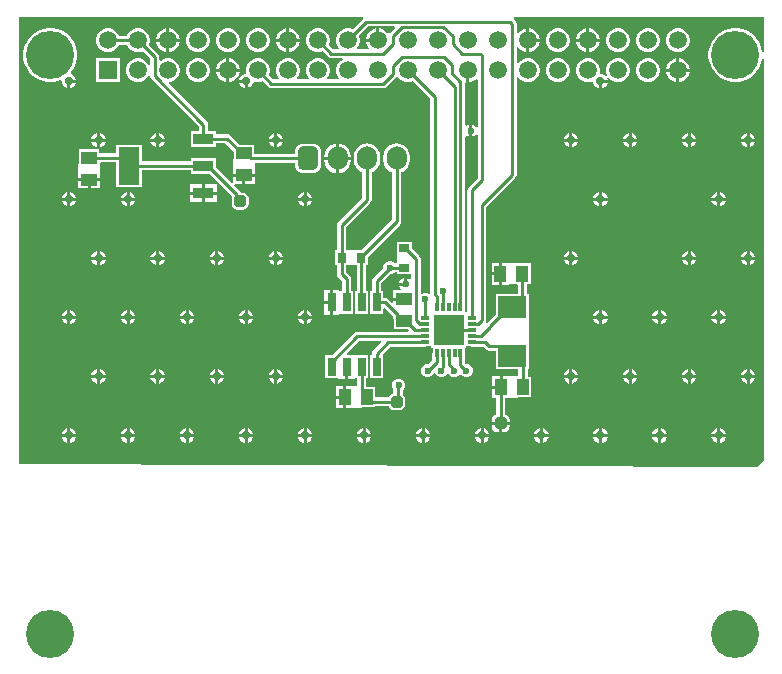
<source format=gtl>
G04*
G04 #@! TF.GenerationSoftware,Altium Limited,Altium Designer,21.4.1 (30)*
G04*
G04 Layer_Physical_Order=1*
G04 Layer_Color=255*
%FSLAX25Y25*%
%MOIN*%
G70*
G04*
G04 #@! TF.SameCoordinates,4DB3B217-B7BD-441B-8BB1-1C5CD1DCED83*
G04*
G04*
G04 #@! TF.FilePolarity,Positive*
G04*
G01*
G75*
%ADD13C,0.01000*%
%ADD15R,0.05315X0.03937*%
%ADD16R,0.09843X0.09843*%
%ADD17R,0.01181X0.02874*%
%ADD18R,0.02874X0.01181*%
G04:AMPARAMS|DCode=19|XSize=39.37mil|YSize=39.37mil|CornerRadius=9.84mil|HoleSize=0mil|Usage=FLASHONLY|Rotation=90.000|XOffset=0mil|YOffset=0mil|HoleType=Round|Shape=RoundedRectangle|*
%AMROUNDEDRECTD19*
21,1,0.03937,0.01968,0,0,90.0*
21,1,0.01968,0.03937,0,0,90.0*
1,1,0.01968,0.00984,0.00984*
1,1,0.01968,0.00984,-0.00984*
1,1,0.01968,-0.00984,-0.00984*
1,1,0.01968,-0.00984,0.00984*
%
%ADD19ROUNDEDRECTD19*%
%ADD20R,0.03937X0.05315*%
%ADD21R,0.09449X0.07480*%
%ADD22R,0.02756X0.06102*%
%ADD23R,0.03347X0.02756*%
%ADD24R,0.02756X0.03347*%
%ADD25R,0.06890X0.12598*%
%ADD26R,0.06890X0.03740*%
%ADD46C,0.05906*%
%ADD47R,0.05906X0.05906*%
%ADD48C,0.16000*%
%ADD49O,0.06693X0.07874*%
G04:AMPARAMS|DCode=50|XSize=66.93mil|YSize=78.74mil|CornerRadius=16.73mil|HoleSize=0mil|Usage=FLASHONLY|Rotation=0.000|XOffset=0mil|YOffset=0mil|HoleType=Round|Shape=RoundedRectangle|*
%AMROUNDEDRECTD50*
21,1,0.06693,0.04528,0,0,0.0*
21,1,0.03347,0.07874,0,0,0.0*
1,1,0.03346,0.01673,-0.02264*
1,1,0.03346,-0.01673,-0.02264*
1,1,0.03346,-0.01673,0.02264*
1,1,0.03346,0.01673,0.02264*
%
%ADD50ROUNDEDRECTD50*%
%ADD51C,0.02756*%
%ADD52C,0.02362*%
G36*
X128322Y214609D02*
X126592Y212879D01*
X126511Y212758D01*
X125923Y212777D01*
X125836Y212927D01*
X125100Y213663D01*
X124199Y214183D01*
X123194Y214453D01*
X123173D01*
Y210500D01*
X122673D01*
Y210000D01*
X118720D01*
Y209980D01*
X118990Y208974D01*
X119510Y208073D01*
X119545Y208039D01*
X119353Y207577D01*
X115993D01*
X115802Y208039D01*
X115836Y208073D01*
X116357Y208974D01*
X116626Y209980D01*
Y211020D01*
X116358Y212022D01*
X119407Y215071D01*
X128130D01*
X128322Y214609D01*
D02*
G37*
G36*
X3700Y218200D02*
X117568D01*
X117720Y217700D01*
X117692Y217681D01*
X114195Y214184D01*
X113194Y214453D01*
X112153D01*
X111147Y214183D01*
X110246Y213663D01*
X109510Y212927D01*
X108990Y212026D01*
X108721Y211020D01*
Y209980D01*
X108990Y208974D01*
X109510Y208073D01*
X109545Y208039D01*
X109353Y207577D01*
X107759D01*
X106358Y208978D01*
X106626Y209980D01*
Y211020D01*
X106357Y212026D01*
X105836Y212927D01*
X105100Y213663D01*
X104199Y214183D01*
X103194Y214453D01*
X102153D01*
X101147Y214183D01*
X100246Y213663D01*
X99510Y212927D01*
X98990Y212026D01*
X98721Y211020D01*
Y209980D01*
X98990Y208974D01*
X99510Y208073D01*
X100246Y207337D01*
X101147Y206817D01*
X102153Y206547D01*
X103194D01*
X104195Y206816D01*
X106045Y204966D01*
X106541Y204634D01*
X107126Y204518D01*
X110727D01*
X110861Y204018D01*
X110246Y203663D01*
X109510Y202927D01*
X108990Y202026D01*
X108721Y201020D01*
Y199980D01*
X108990Y198974D01*
X109510Y198073D01*
X109545Y198039D01*
X109353Y197577D01*
X105993D01*
X105802Y198039D01*
X105836Y198073D01*
X106357Y198974D01*
X106626Y199980D01*
Y201020D01*
X106357Y202026D01*
X105836Y202927D01*
X105100Y203663D01*
X104199Y204183D01*
X103194Y204453D01*
X102153D01*
X101147Y204183D01*
X100246Y203663D01*
X99510Y202927D01*
X98990Y202026D01*
X98721Y201020D01*
Y199980D01*
X98990Y198974D01*
X99510Y198073D01*
X99545Y198039D01*
X99353Y197577D01*
X95993D01*
X95802Y198039D01*
X95836Y198073D01*
X96357Y198974D01*
X96626Y199980D01*
Y201020D01*
X96357Y202026D01*
X95836Y202927D01*
X95100Y203663D01*
X94199Y204183D01*
X93194Y204453D01*
X92153D01*
X91148Y204183D01*
X90246Y203663D01*
X89510Y202927D01*
X88990Y202026D01*
X88721Y201020D01*
Y199980D01*
X88990Y198974D01*
X89510Y198073D01*
X89545Y198039D01*
X89353Y197577D01*
X87760D01*
X86358Y198978D01*
X86626Y199980D01*
Y201020D01*
X86357Y202026D01*
X85836Y202927D01*
X85100Y203663D01*
X84199Y204183D01*
X83194Y204453D01*
X82153D01*
X81147Y204183D01*
X80246Y203663D01*
X79510Y202927D01*
X78990Y202026D01*
X78720Y201020D01*
Y199980D01*
X78816Y199625D01*
X78511Y199228D01*
X78267D01*
X77393Y198866D01*
X76724Y198197D01*
X76373Y197350D01*
X78740D01*
Y196850D01*
X79240D01*
Y194484D01*
X80087Y194834D01*
X80756Y195503D01*
X81118Y196377D01*
X81618Y196690D01*
X82153Y196547D01*
X83194D01*
X84195Y196816D01*
X86045Y194966D01*
X86541Y194634D01*
X87126Y194518D01*
X124518D01*
X125103Y194634D01*
X125599Y194966D01*
X128755Y198121D01*
X128835Y198242D01*
X129424Y198223D01*
X129510Y198073D01*
X130246Y197337D01*
X131148Y196817D01*
X132153Y196547D01*
X133194D01*
X134195Y196816D01*
X140158Y190852D01*
Y126233D01*
X139963Y126102D01*
X139658Y125981D01*
X138934Y126281D01*
X138066D01*
X137374Y125995D01*
X136874Y126212D01*
Y137646D01*
X136758Y138232D01*
X136426Y138728D01*
X133961Y141194D01*
Y143361D01*
X129039D01*
Y140194D01*
X128983Y140110D01*
X128906Y139720D01*
Y136179D01*
X128205D01*
X127936Y136449D01*
X127134Y136781D01*
X126266D01*
X125464Y136449D01*
X124851Y135836D01*
X124519Y135034D01*
Y134582D01*
X121119Y131181D01*
X120787Y130685D01*
X120671Y130100D01*
Y126939D01*
X120035D01*
Y119261D01*
X124365D01*
Y120943D01*
X124865Y121150D01*
X127734Y118281D01*
X127830Y117800D01*
X127955Y117612D01*
Y114161D01*
X132630D01*
X132868Y113866D01*
X132663Y113398D01*
X115752D01*
X115167Y113282D01*
X114671Y112950D01*
X107202Y105482D01*
X105035D01*
Y97805D01*
X109365D01*
Y97805D01*
X109822Y97700D01*
Y97592D01*
X111700D01*
Y101643D01*
X112700D01*
Y97592D01*
X114578D01*
Y97700D01*
X115035Y97805D01*
X115078Y97805D01*
X115671D01*
Y95126D01*
X114570D01*
Y95205D01*
X112102D01*
Y91547D01*
Y87890D01*
X114570D01*
Y87969D01*
X116818D01*
X117209Y88046D01*
X117293Y88102D01*
X121641D01*
Y88471D01*
X126218D01*
X126247Y88324D01*
X126638Y87739D01*
X127225Y87347D01*
X127916Y87209D01*
X129884D01*
X130576Y87347D01*
X131161Y87739D01*
X131553Y88324D01*
X131691Y89016D01*
Y90984D01*
X131553Y91676D01*
X131161Y92261D01*
X130869Y92457D01*
Y93684D01*
X131449Y94265D01*
X131781Y95066D01*
Y95934D01*
X131449Y96736D01*
X130835Y97349D01*
X130034Y97681D01*
X129166D01*
X128365Y97349D01*
X127751Y96736D01*
X127419Y95934D01*
Y95066D01*
X127751Y94265D01*
X127810Y94205D01*
Y92770D01*
X127225Y92653D01*
X126638Y92261D01*
X126247Y91676D01*
X126218Y91529D01*
X121641D01*
Y94992D01*
X118729D01*
Y97805D01*
X119365D01*
Y105482D01*
X115078D01*
X115035Y105482D01*
X114578Y105586D01*
Y105694D01*
X112394D01*
X112203Y106156D01*
X116385Y110339D01*
X123723D01*
X123914Y109877D01*
X121119Y107081D01*
X120787Y106585D01*
X120671Y106000D01*
Y105482D01*
X120035D01*
Y97805D01*
X124365D01*
Y105482D01*
X124365D01*
X124213Y105850D01*
X126734Y108371D01*
X138500D01*
X139085Y108487D01*
X139138Y108522D01*
X140315D01*
Y107916D01*
X140921D01*
Y106738D01*
X140886Y106686D01*
X140770Y106101D01*
Y104033D01*
X139218Y102481D01*
X138766D01*
X137964Y102149D01*
X137351Y101535D01*
X137019Y100734D01*
Y99866D01*
X137351Y99064D01*
X137964Y98451D01*
X138766Y98119D01*
X139634D01*
X140436Y98451D01*
X141049Y99064D01*
X141229Y99500D01*
X141771D01*
X141951Y99064D01*
X142564Y98451D01*
X143366Y98119D01*
X144234D01*
X145036Y98451D01*
X145649Y99064D01*
X145677Y99133D01*
X146208Y99107D01*
X146787Y98528D01*
X147589Y98196D01*
X148456D01*
X149258Y98528D01*
X149764Y99034D01*
X150042Y99108D01*
X150372Y99043D01*
X150865Y98551D01*
X151666Y98219D01*
X152534D01*
X153335Y98551D01*
X153949Y99164D01*
X154281Y99966D01*
Y100834D01*
X153949Y101636D01*
X153335Y102249D01*
X152534Y102581D01*
X152082D01*
X151703Y102960D01*
Y106101D01*
X151586Y106686D01*
X151551Y106738D01*
Y107916D01*
X152157D01*
Y108522D01*
X153335D01*
X153387Y108487D01*
X153972Y108371D01*
X157744D01*
X158626Y107488D01*
X159123Y107156D01*
X159708Y107040D01*
X161888D01*
Y100802D01*
X169512D01*
Y98858D01*
X169012Y98471D01*
X168975Y98479D01*
X166727D01*
Y98558D01*
X164258D01*
Y94900D01*
X163758D01*
Y94400D01*
X160790D01*
Y91242D01*
X162071D01*
Y85699D01*
X161841Y85653D01*
X161185Y85215D01*
X160747Y84558D01*
X160593Y83784D01*
Y83300D01*
X163600D01*
X166607D01*
Y83784D01*
X166453Y84558D01*
X166015Y85215D01*
X165358Y85653D01*
X165129Y85699D01*
Y91242D01*
X166727D01*
Y91321D01*
X168975D01*
X169365Y91399D01*
X169449Y91455D01*
X173798D01*
Y98345D01*
X172571D01*
Y100802D01*
X172912D01*
Y108645D01*
X173066Y108876D01*
X173144Y109266D01*
Y117534D01*
X173066Y117924D01*
X172912Y118155D01*
Y125998D01*
X172313D01*
Y129255D01*
X173539D01*
Y136145D01*
X169191D01*
X169107Y136201D01*
X168717Y136279D01*
X166469D01*
Y136357D01*
X164000D01*
Y132700D01*
Y129042D01*
X166469D01*
Y129121D01*
X168717D01*
X168754Y129129D01*
X169254Y128742D01*
Y125998D01*
X161888D01*
Y119106D01*
X159041Y116259D01*
X158652Y116578D01*
X158713Y116668D01*
X158829Y117253D01*
Y154966D01*
X168481Y164619D01*
X168813Y165115D01*
X168929Y165700D01*
Y198079D01*
X169429Y198213D01*
X169510Y198073D01*
X170246Y197337D01*
X171148Y196817D01*
X172153Y196547D01*
X173194D01*
X174199Y196817D01*
X175100Y197337D01*
X175836Y198073D01*
X176357Y198974D01*
X176626Y199980D01*
Y201020D01*
X176357Y202026D01*
X175836Y202927D01*
X175100Y203663D01*
X174199Y204183D01*
X173194Y204453D01*
X172153D01*
X171148Y204183D01*
X170246Y203663D01*
X169510Y202927D01*
X169429Y202787D01*
X168929Y202921D01*
Y208079D01*
X169429Y208213D01*
X169510Y208073D01*
X170246Y207337D01*
X171148Y206817D01*
X172153Y206547D01*
X172173D01*
Y210500D01*
Y214453D01*
X172153D01*
X171148Y214183D01*
X170246Y213663D01*
X169510Y212927D01*
X169429Y212787D01*
X168929Y212921D01*
Y216014D01*
X168813Y216599D01*
X168481Y217096D01*
X167896Y217681D01*
X167868Y217700D01*
X168020Y218200D01*
X251300D01*
Y206669D01*
X250800Y206620D01*
X250501Y208125D01*
X249822Y209763D01*
X248837Y211237D01*
X247584Y212491D01*
X246110Y213476D01*
X244472Y214154D01*
X242733Y214500D01*
X240960D01*
X239221Y214154D01*
X237583Y213476D01*
X236109Y212491D01*
X234856Y211237D01*
X233871Y209763D01*
X233192Y208125D01*
X232846Y206386D01*
Y204614D01*
X233192Y202875D01*
X233871Y201237D01*
X234856Y199763D01*
X236109Y198509D01*
X237583Y197524D01*
X239221Y196846D01*
X240960Y196500D01*
X242733D01*
X244472Y196846D01*
X246110Y197524D01*
X247584Y198509D01*
X248837Y199763D01*
X249822Y201237D01*
X250501Y202875D01*
X250800Y204380D01*
X251300Y204331D01*
Y70600D01*
X248900Y68200D01*
X2900Y69300D01*
Y218200D01*
X3300Y218600D01*
X3700Y218200D01*
D02*
G37*
G36*
X153173Y196547D02*
X153194D01*
X154199Y196817D01*
X155100Y197337D01*
X155371Y197607D01*
X155871Y197400D01*
Y181736D01*
X155591Y181612D01*
X155371Y181583D01*
X154804Y182149D01*
X154069Y182454D01*
Y180300D01*
Y178146D01*
X154804Y178451D01*
X155371Y179017D01*
X155591Y178988D01*
X155871Y178864D01*
Y164480D01*
X152891Y161500D01*
X152559Y161004D01*
X152443Y160418D01*
Y120140D01*
X152157Y119758D01*
X151551D01*
Y120935D01*
X151586Y120988D01*
X151703Y121573D01*
Y178375D01*
X152203Y178582D01*
X152333Y178451D01*
X153069Y178146D01*
Y180300D01*
Y182454D01*
X152333Y182149D01*
X152203Y182018D01*
X151703Y182225D01*
Y196257D01*
X152099Y196562D01*
X152153Y196547D01*
X152173D01*
Y200500D01*
X153173D01*
Y196547D01*
D02*
G37*
G36*
X129039Y132535D02*
X133816D01*
Y131122D01*
X133353Y130931D01*
X133236Y131049D01*
X132500Y131354D01*
Y129200D01*
X132000D01*
Y128700D01*
X129846D01*
X130151Y127964D01*
X130447Y127668D01*
X130240Y127169D01*
X127743D01*
Y124700D01*
X131400D01*
Y123700D01*
X127743D01*
Y123252D01*
X127281Y123060D01*
X126159Y124181D01*
X125663Y124513D01*
X125078Y124629D01*
X124365D01*
Y126939D01*
X123729D01*
Y129466D01*
X126682Y132419D01*
X127134D01*
X127936Y132751D01*
X128305Y133121D01*
X129039D01*
Y132535D01*
D02*
G37*
%LPC*%
G36*
X122173Y214453D02*
X122153D01*
X121148Y214183D01*
X120246Y213663D01*
X119510Y212927D01*
X118990Y212026D01*
X118720Y211020D01*
Y211000D01*
X122173D01*
Y214453D01*
D02*
G37*
G36*
X43194D02*
X42153D01*
X41148Y214183D01*
X40246Y213663D01*
X39510Y212927D01*
X38992Y212029D01*
X36355D01*
X35836Y212927D01*
X35100Y213663D01*
X34199Y214183D01*
X33194Y214453D01*
X32153D01*
X31148Y214183D01*
X30246Y213663D01*
X29510Y212927D01*
X28990Y212026D01*
X28721Y211020D01*
Y209980D01*
X28990Y208974D01*
X29510Y208073D01*
X30246Y207337D01*
X31148Y206817D01*
X32153Y206547D01*
X33194D01*
X34199Y206817D01*
X35100Y207337D01*
X35836Y208073D01*
X36355Y208971D01*
X38992D01*
X39510Y208073D01*
X40246Y207337D01*
X41148Y206817D01*
X42153Y206547D01*
X43194D01*
X44195Y206816D01*
X46691Y204319D01*
Y202446D01*
X46191Y202312D01*
X45836Y202927D01*
X45100Y203663D01*
X44199Y204183D01*
X43194Y204453D01*
X42153D01*
X41148Y204183D01*
X40246Y203663D01*
X39510Y202927D01*
X38990Y202026D01*
X38721Y201020D01*
Y199980D01*
X38990Y198974D01*
X39510Y198073D01*
X40246Y197337D01*
X41148Y196817D01*
X42153Y196547D01*
X43194D01*
X44199Y196817D01*
X45100Y197337D01*
X45836Y198073D01*
X46191Y198688D01*
X46505Y198668D01*
X46706Y198580D01*
X46808Y198070D01*
X47139Y197574D01*
X62972Y181741D01*
Y180313D01*
X60269D01*
Y174998D01*
X68734D01*
Y176126D01*
X71764D01*
X74555Y173335D01*
Y171149D01*
X74499Y171065D01*
X74421Y170675D01*
Y168427D01*
X74343D01*
Y165958D01*
X81657D01*
Y168427D01*
X81579D01*
Y169571D01*
X94988D01*
Y168836D01*
X95080Y168138D01*
X95349Y167488D01*
X95778Y166930D01*
X96336Y166501D01*
X96986Y166232D01*
X97684Y166140D01*
X101031D01*
X101729Y166232D01*
X102379Y166501D01*
X102937Y166930D01*
X103366Y167488D01*
X103635Y168138D01*
X103727Y168836D01*
Y173364D01*
X103635Y174062D01*
X103366Y174712D01*
X102937Y175270D01*
X102379Y175699D01*
X101729Y175968D01*
X101031Y176060D01*
X97684D01*
X96986Y175968D01*
X96336Y175699D01*
X95778Y175270D01*
X95349Y174712D01*
X95080Y174062D01*
X94988Y173364D01*
Y172629D01*
X81445D01*
Y175498D01*
X76718D01*
X73479Y178737D01*
X72983Y179068D01*
X72398Y179184D01*
X68734D01*
Y180313D01*
X66031D01*
Y182375D01*
X65914Y182960D01*
X65583Y183456D01*
X52954Y196085D01*
X53145Y196547D01*
X53194D01*
X54199Y196817D01*
X55100Y197337D01*
X55836Y198073D01*
X56357Y198974D01*
X56626Y199980D01*
Y201020D01*
X56357Y202026D01*
X55836Y202927D01*
X55100Y203663D01*
X54199Y204183D01*
X53194Y204453D01*
X52153D01*
X51148Y204183D01*
X50246Y203663D01*
X50212Y203629D01*
X49750Y203820D01*
Y204953D01*
X49633Y205538D01*
X49302Y206034D01*
X46358Y208978D01*
X46626Y209980D01*
Y211020D01*
X46357Y212026D01*
X45836Y212927D01*
X45100Y213663D01*
X44199Y214183D01*
X43194Y214453D01*
D02*
G37*
G36*
X193194D02*
X193173D01*
Y211000D01*
X196626D01*
Y211020D01*
X196357Y212026D01*
X195836Y212927D01*
X195100Y213663D01*
X194199Y214183D01*
X193194Y214453D01*
D02*
G37*
G36*
X192173D02*
X192153D01*
X191147Y214183D01*
X190246Y213663D01*
X189510Y212927D01*
X188990Y212026D01*
X188721Y211020D01*
Y211000D01*
X192173D01*
Y214453D01*
D02*
G37*
G36*
X173194D02*
X173173D01*
Y211000D01*
X176626D01*
Y211020D01*
X176357Y212026D01*
X175836Y212927D01*
X175100Y213663D01*
X174199Y214183D01*
X173194Y214453D01*
D02*
G37*
G36*
X93194D02*
X93173D01*
Y211000D01*
X96626D01*
Y211020D01*
X96357Y212026D01*
X95836Y212927D01*
X95100Y213663D01*
X94199Y214183D01*
X93194Y214453D01*
D02*
G37*
G36*
X92173D02*
X92153D01*
X91148Y214183D01*
X90246Y213663D01*
X89510Y212927D01*
X88990Y212026D01*
X88721Y211020D01*
Y211000D01*
X92173D01*
Y214453D01*
D02*
G37*
G36*
X53194D02*
X53173D01*
Y211000D01*
X56626D01*
Y211020D01*
X56357Y212026D01*
X55836Y212927D01*
X55100Y213663D01*
X54199Y214183D01*
X53194Y214453D01*
D02*
G37*
G36*
X52173D02*
X52153D01*
X51148Y214183D01*
X50246Y213663D01*
X49510Y212927D01*
X48990Y212026D01*
X48720Y211020D01*
Y211000D01*
X52173D01*
Y214453D01*
D02*
G37*
G36*
X223194D02*
X222153D01*
X221147Y214183D01*
X220246Y213663D01*
X219510Y212927D01*
X218990Y212026D01*
X218721Y211020D01*
Y209980D01*
X218990Y208974D01*
X219510Y208073D01*
X220246Y207337D01*
X221147Y206817D01*
X222153Y206547D01*
X223194D01*
X224199Y206817D01*
X225100Y207337D01*
X225836Y208073D01*
X226357Y208974D01*
X226626Y209980D01*
Y211020D01*
X226357Y212026D01*
X225836Y212927D01*
X225100Y213663D01*
X224199Y214183D01*
X223194Y214453D01*
D02*
G37*
G36*
X213194D02*
X212153D01*
X211147Y214183D01*
X210246Y213663D01*
X209510Y212927D01*
X208990Y212026D01*
X208720Y211020D01*
Y209980D01*
X208990Y208974D01*
X209510Y208073D01*
X210246Y207337D01*
X211147Y206817D01*
X212153Y206547D01*
X213194D01*
X214199Y206817D01*
X215100Y207337D01*
X215836Y208073D01*
X216357Y208974D01*
X216626Y209980D01*
Y211020D01*
X216357Y212026D01*
X215836Y212927D01*
X215100Y213663D01*
X214199Y214183D01*
X213194Y214453D01*
D02*
G37*
G36*
X203194D02*
X202153D01*
X201148Y214183D01*
X200246Y213663D01*
X199510Y212927D01*
X198990Y212026D01*
X198721Y211020D01*
Y209980D01*
X198990Y208974D01*
X199510Y208073D01*
X200246Y207337D01*
X201148Y206817D01*
X202153Y206547D01*
X203194D01*
X204199Y206817D01*
X205100Y207337D01*
X205836Y208073D01*
X206357Y208974D01*
X206626Y209980D01*
Y211020D01*
X206357Y212026D01*
X205836Y212927D01*
X205100Y213663D01*
X204199Y214183D01*
X203194Y214453D01*
D02*
G37*
G36*
X196626Y210000D02*
X193173D01*
Y206547D01*
X193194D01*
X194199Y206817D01*
X195100Y207337D01*
X195836Y208073D01*
X196357Y208974D01*
X196626Y209980D01*
Y210000D01*
D02*
G37*
G36*
X192173D02*
X188721D01*
Y209980D01*
X188990Y208974D01*
X189510Y208073D01*
X190246Y207337D01*
X191147Y206817D01*
X192153Y206547D01*
X192173D01*
Y210000D01*
D02*
G37*
G36*
X183194Y214453D02*
X182153D01*
X181148Y214183D01*
X180246Y213663D01*
X179510Y212927D01*
X178990Y212026D01*
X178720Y211020D01*
Y209980D01*
X178990Y208974D01*
X179510Y208073D01*
X180246Y207337D01*
X181148Y206817D01*
X182153Y206547D01*
X183194D01*
X184199Y206817D01*
X185100Y207337D01*
X185836Y208073D01*
X186357Y208974D01*
X186626Y209980D01*
Y211020D01*
X186357Y212026D01*
X185836Y212927D01*
X185100Y213663D01*
X184199Y214183D01*
X183194Y214453D01*
D02*
G37*
G36*
X176626Y210000D02*
X173173D01*
Y206547D01*
X173194D01*
X174199Y206817D01*
X175100Y207337D01*
X175836Y208073D01*
X176357Y208974D01*
X176626Y209980D01*
Y210000D01*
D02*
G37*
G36*
X96626D02*
X93173D01*
Y206547D01*
X93194D01*
X94199Y206817D01*
X95100Y207337D01*
X95836Y208073D01*
X96357Y208974D01*
X96626Y209980D01*
Y210000D01*
D02*
G37*
G36*
X92173D02*
X88721D01*
Y209980D01*
X88990Y208974D01*
X89510Y208073D01*
X90246Y207337D01*
X91148Y206817D01*
X92153Y206547D01*
X92173D01*
Y210000D01*
D02*
G37*
G36*
X83194Y214453D02*
X82153D01*
X81147Y214183D01*
X80246Y213663D01*
X79510Y212927D01*
X78990Y212026D01*
X78720Y211020D01*
Y209980D01*
X78990Y208974D01*
X79510Y208073D01*
X80246Y207337D01*
X81147Y206817D01*
X82153Y206547D01*
X83194D01*
X84199Y206817D01*
X85100Y207337D01*
X85836Y208073D01*
X86357Y208974D01*
X86626Y209980D01*
Y211020D01*
X86357Y212026D01*
X85836Y212927D01*
X85100Y213663D01*
X84199Y214183D01*
X83194Y214453D01*
D02*
G37*
G36*
X73194D02*
X72153D01*
X71148Y214183D01*
X70246Y213663D01*
X69510Y212927D01*
X68990Y212026D01*
X68721Y211020D01*
Y209980D01*
X68990Y208974D01*
X69510Y208073D01*
X70246Y207337D01*
X71148Y206817D01*
X72153Y206547D01*
X73194D01*
X74199Y206817D01*
X75100Y207337D01*
X75836Y208073D01*
X76357Y208974D01*
X76626Y209980D01*
Y211020D01*
X76357Y212026D01*
X75836Y212927D01*
X75100Y213663D01*
X74199Y214183D01*
X73194Y214453D01*
D02*
G37*
G36*
X63194D02*
X62153D01*
X61147Y214183D01*
X60246Y213663D01*
X59510Y212927D01*
X58990Y212026D01*
X58720Y211020D01*
Y209980D01*
X58990Y208974D01*
X59510Y208073D01*
X60246Y207337D01*
X61147Y206817D01*
X62153Y206547D01*
X63194D01*
X64199Y206817D01*
X65100Y207337D01*
X65836Y208073D01*
X66357Y208974D01*
X66626Y209980D01*
Y211020D01*
X66357Y212026D01*
X65836Y212927D01*
X65100Y213663D01*
X64199Y214183D01*
X63194Y214453D01*
D02*
G37*
G36*
X56626Y210000D02*
X53173D01*
Y206547D01*
X53194D01*
X54199Y206817D01*
X55100Y207337D01*
X55836Y208073D01*
X56357Y208974D01*
X56626Y209980D01*
Y210000D01*
D02*
G37*
G36*
X52173D02*
X48720D01*
Y209980D01*
X48990Y208974D01*
X49510Y208073D01*
X50246Y207337D01*
X51148Y206817D01*
X52153Y206547D01*
X52173D01*
Y210000D01*
D02*
G37*
G36*
X223194Y204453D02*
X223173D01*
Y201000D01*
X226626D01*
Y201020D01*
X226357Y202026D01*
X225836Y202927D01*
X225100Y203663D01*
X224199Y204183D01*
X223194Y204453D01*
D02*
G37*
G36*
X222173D02*
X222153D01*
X221147Y204183D01*
X220246Y203663D01*
X219510Y202927D01*
X218990Y202026D01*
X218721Y201020D01*
Y201000D01*
X222173D01*
Y204453D01*
D02*
G37*
G36*
X73194D02*
X73173D01*
Y201000D01*
X76626D01*
Y201020D01*
X76357Y202026D01*
X75836Y202927D01*
X75100Y203663D01*
X74199Y204183D01*
X73194Y204453D01*
D02*
G37*
G36*
X72173D02*
X72153D01*
X71148Y204183D01*
X70246Y203663D01*
X69510Y202927D01*
X68990Y202026D01*
X68721Y201020D01*
Y201000D01*
X72173D01*
Y204453D01*
D02*
G37*
G36*
X203194D02*
X202153D01*
X201148Y204183D01*
X200246Y203663D01*
X199510Y202927D01*
X198990Y202026D01*
X198721Y201020D01*
Y199980D01*
X198990Y198974D01*
X199138Y198718D01*
X199117Y198654D01*
X198544Y198520D01*
X198197Y198866D01*
X197323Y199228D01*
X196835D01*
X196531Y199625D01*
X196626Y199980D01*
Y201020D01*
X196357Y202026D01*
X195836Y202927D01*
X195100Y203663D01*
X194199Y204183D01*
X193194Y204453D01*
X192153D01*
X191147Y204183D01*
X190246Y203663D01*
X189510Y202927D01*
X188990Y202026D01*
X188721Y201020D01*
Y199980D01*
X188990Y198974D01*
X189510Y198073D01*
X190246Y197337D01*
X191147Y196817D01*
X192153Y196547D01*
X193194D01*
X193972Y196756D01*
X194473Y196444D01*
Y196377D01*
X194834Y195503D01*
X195503Y194834D01*
X196350Y194484D01*
Y196850D01*
X196850D01*
Y197350D01*
X199217D01*
X199050Y197755D01*
X199444Y198109D01*
X199510Y198073D01*
X199587Y197996D01*
X200246Y197337D01*
X201148Y196817D01*
X202153Y196547D01*
X203194D01*
X204199Y196817D01*
X205100Y197337D01*
X205836Y198073D01*
X206357Y198974D01*
X206626Y199980D01*
Y201020D01*
X206357Y202026D01*
X205836Y202927D01*
X205100Y203663D01*
X204199Y204183D01*
X203194Y204453D01*
D02*
G37*
G36*
X226626Y200000D02*
X223173D01*
Y196547D01*
X223194D01*
X224199Y196817D01*
X225100Y197337D01*
X225836Y198073D01*
X226357Y198974D01*
X226626Y199980D01*
Y200000D01*
D02*
G37*
G36*
X222173D02*
X218721D01*
Y199980D01*
X218990Y198974D01*
X219510Y198073D01*
X220246Y197337D01*
X221147Y196817D01*
X222153Y196547D01*
X222173D01*
Y200000D01*
D02*
G37*
G36*
X213194Y204453D02*
X212153D01*
X211147Y204183D01*
X210246Y203663D01*
X209510Y202927D01*
X208990Y202026D01*
X208720Y201020D01*
Y199980D01*
X208990Y198974D01*
X209510Y198073D01*
X210246Y197337D01*
X211147Y196817D01*
X212153Y196547D01*
X213194D01*
X214199Y196817D01*
X215100Y197337D01*
X215836Y198073D01*
X216357Y198974D01*
X216626Y199980D01*
Y201020D01*
X216357Y202026D01*
X215836Y202927D01*
X215100Y203663D01*
X214199Y204183D01*
X213194Y204453D01*
D02*
G37*
G36*
X183194D02*
X182153D01*
X181148Y204183D01*
X180246Y203663D01*
X179510Y202927D01*
X178990Y202026D01*
X178720Y201020D01*
Y199980D01*
X178990Y198974D01*
X179510Y198073D01*
X180246Y197337D01*
X181148Y196817D01*
X182153Y196547D01*
X183194D01*
X184199Y196817D01*
X185100Y197337D01*
X185836Y198073D01*
X186357Y198974D01*
X186626Y199980D01*
Y201020D01*
X186357Y202026D01*
X185836Y202927D01*
X185100Y203663D01*
X184199Y204183D01*
X183194Y204453D01*
D02*
G37*
G36*
X76626Y200000D02*
X73173D01*
Y196547D01*
X73194D01*
X74199Y196817D01*
X75100Y197337D01*
X75836Y198073D01*
X76357Y198974D01*
X76626Y199980D01*
Y200000D01*
D02*
G37*
G36*
X72173D02*
X68721D01*
Y199980D01*
X68990Y198974D01*
X69510Y198073D01*
X70246Y197337D01*
X71148Y196817D01*
X72153Y196547D01*
X72173D01*
Y200000D01*
D02*
G37*
G36*
X63194Y204453D02*
X62153D01*
X61147Y204183D01*
X60246Y203663D01*
X59510Y202927D01*
X58990Y202026D01*
X58720Y201020D01*
Y199980D01*
X58990Y198974D01*
X59510Y198073D01*
X60246Y197337D01*
X61147Y196817D01*
X62153Y196547D01*
X63194D01*
X64199Y196817D01*
X65100Y197337D01*
X65836Y198073D01*
X66357Y198974D01*
X66626Y199980D01*
Y201020D01*
X66357Y202026D01*
X65836Y202927D01*
X65100Y203663D01*
X64199Y204183D01*
X63194Y204453D01*
D02*
G37*
G36*
X36626D02*
X28721D01*
Y196547D01*
X36626D01*
Y204453D01*
D02*
G37*
G36*
X199217Y196350D02*
X197350D01*
Y194484D01*
X198197Y194834D01*
X198866Y195503D01*
X199217Y196350D01*
D02*
G37*
G36*
X78240D02*
X76373D01*
X76724Y195503D01*
X77393Y194834D01*
X78240Y194484D01*
Y196350D01*
D02*
G37*
G36*
X22052D02*
X20185D01*
Y194484D01*
X21032Y194834D01*
X21701Y195503D01*
X22052Y196350D01*
D02*
G37*
G36*
X14386Y214500D02*
X12614D01*
X10875Y214154D01*
X9237Y213476D01*
X7763Y212491D01*
X6509Y211237D01*
X5524Y209763D01*
X4846Y208125D01*
X4500Y206386D01*
Y204614D01*
X4846Y202875D01*
X5524Y201237D01*
X6509Y199763D01*
X7763Y198509D01*
X9237Y197524D01*
X10875Y196846D01*
X12614Y196500D01*
X14386D01*
X16125Y196846D01*
X16807Y197128D01*
X17307Y196794D01*
Y196377D01*
X17669Y195503D01*
X18338Y194834D01*
X19185Y194484D01*
Y196850D01*
X19685D01*
Y197350D01*
X22052D01*
X21701Y198197D01*
X21032Y198866D01*
X20515Y199080D01*
X20398Y199670D01*
X20491Y199763D01*
X21476Y201237D01*
X22154Y202875D01*
X22500Y204614D01*
Y206386D01*
X22154Y208125D01*
X21476Y209763D01*
X20491Y211237D01*
X19237Y212491D01*
X17763Y213476D01*
X16125Y214154D01*
X14386Y214500D01*
D02*
G37*
G36*
X246563Y179532D02*
Y177665D01*
X248430D01*
X248079Y178512D01*
X247410Y179181D01*
X246563Y179532D01*
D02*
G37*
G36*
X245563D02*
X244716Y179181D01*
X244047Y178512D01*
X243696Y177665D01*
X245563D01*
Y179532D01*
D02*
G37*
G36*
X226878D02*
Y177665D01*
X228745D01*
X228394Y178512D01*
X227725Y179181D01*
X226878Y179532D01*
D02*
G37*
G36*
X225878D02*
X225031Y179181D01*
X224362Y178512D01*
X224011Y177665D01*
X225878D01*
Y179532D01*
D02*
G37*
G36*
X207193D02*
Y177665D01*
X209060D01*
X208709Y178512D01*
X208040Y179181D01*
X207193Y179532D01*
D02*
G37*
G36*
X206193D02*
X205346Y179181D01*
X204677Y178512D01*
X204326Y177665D01*
X206193D01*
Y179532D01*
D02*
G37*
G36*
X187508D02*
Y177665D01*
X189375D01*
X189024Y178512D01*
X188355Y179181D01*
X187508Y179532D01*
D02*
G37*
G36*
X186508D02*
X185661Y179181D01*
X184992Y178512D01*
X184641Y177665D01*
X186508D01*
Y179532D01*
D02*
G37*
G36*
X89083D02*
Y177665D01*
X90949D01*
X90599Y178512D01*
X89930Y179181D01*
X89083Y179532D01*
D02*
G37*
G36*
X88083D02*
X87236Y179181D01*
X86567Y178512D01*
X86216Y177665D01*
X88083D01*
Y179532D01*
D02*
G37*
G36*
X49713D02*
Y177665D01*
X51579D01*
X51228Y178512D01*
X50560Y179181D01*
X49713Y179532D01*
D02*
G37*
G36*
X48713D02*
X47866Y179181D01*
X47197Y178512D01*
X46846Y177665D01*
X48713D01*
Y179532D01*
D02*
G37*
G36*
X30028D02*
Y177665D01*
X31894D01*
X31543Y178512D01*
X30875Y179181D01*
X30028Y179532D01*
D02*
G37*
G36*
X29028D02*
X28181Y179181D01*
X27512Y178512D01*
X27161Y177665D01*
X29028D01*
Y179532D01*
D02*
G37*
G36*
X248430Y176665D02*
X246563D01*
Y174799D01*
X247410Y175149D01*
X248079Y175818D01*
X248430Y176665D01*
D02*
G37*
G36*
X245563D02*
X243696D01*
X244047Y175818D01*
X244716Y175149D01*
X245563Y174799D01*
Y176665D01*
D02*
G37*
G36*
X228745D02*
X226878D01*
Y174799D01*
X227725Y175149D01*
X228394Y175818D01*
X228745Y176665D01*
D02*
G37*
G36*
X225878D02*
X224011D01*
X224362Y175818D01*
X225031Y175149D01*
X225878Y174799D01*
Y176665D01*
D02*
G37*
G36*
X209060D02*
X207193D01*
Y174799D01*
X208040Y175149D01*
X208709Y175818D01*
X209060Y176665D01*
D02*
G37*
G36*
X206193D02*
X204326D01*
X204677Y175818D01*
X205346Y175149D01*
X206193Y174799D01*
Y176665D01*
D02*
G37*
G36*
X189375D02*
X187508D01*
Y174799D01*
X188355Y175149D01*
X189024Y175818D01*
X189375Y176665D01*
D02*
G37*
G36*
X186508D02*
X184641D01*
X184992Y175818D01*
X185661Y175149D01*
X186508Y174799D01*
Y176665D01*
D02*
G37*
G36*
X90949D02*
X89083D01*
Y174799D01*
X89930Y175149D01*
X90599Y175818D01*
X90949Y176665D01*
D02*
G37*
G36*
X88083D02*
X86216D01*
X86567Y175818D01*
X87236Y175149D01*
X88083Y174799D01*
Y176665D01*
D02*
G37*
G36*
X51579D02*
X49713D01*
Y174799D01*
X50560Y175149D01*
X51228Y175818D01*
X51579Y176665D01*
D02*
G37*
G36*
X48713D02*
X46846D01*
X47197Y175818D01*
X47866Y175149D01*
X48713Y174799D01*
Y176665D01*
D02*
G37*
G36*
X31894D02*
X30028D01*
Y174799D01*
X30875Y175149D01*
X31543Y175818D01*
X31894Y176665D01*
D02*
G37*
G36*
X29028D02*
X27161D01*
X27512Y175818D01*
X28181Y175149D01*
X29028Y174799D01*
Y176665D01*
D02*
G37*
G36*
X43931Y175687D02*
X35466D01*
Y172871D01*
X29845D01*
Y174098D01*
X22955D01*
Y169749D01*
X22899Y169665D01*
X22821Y169275D01*
Y167027D01*
X22742D01*
Y164558D01*
X26400D01*
X30057D01*
Y167027D01*
X29979D01*
Y169275D01*
X29971Y169312D01*
X30358Y169812D01*
X35466D01*
Y161513D01*
X43931D01*
Y167071D01*
X60269D01*
Y165943D01*
X66571D01*
X74101Y158412D01*
Y158245D01*
X74009Y157784D01*
Y155816D01*
X74147Y155124D01*
X74538Y154539D01*
X75125Y154147D01*
X75816Y154009D01*
X77784D01*
X78475Y154147D01*
X79062Y154539D01*
X79453Y155124D01*
X79591Y155816D01*
Y157784D01*
X79453Y158475D01*
X79062Y159062D01*
X78475Y159453D01*
X77784Y159591D01*
X77052D01*
X77043Y159631D01*
X76712Y160127D01*
X74811Y162028D01*
X75003Y162490D01*
X77500D01*
Y164958D01*
X74343D01*
Y163150D01*
X73881Y162959D01*
X68734Y168105D01*
Y171257D01*
X60269D01*
Y170129D01*
X43931D01*
Y175687D01*
D02*
G37*
G36*
X109700Y176009D02*
Y171600D01*
X113584D01*
Y171691D01*
X113435Y172825D01*
X112997Y173882D01*
X112300Y174791D01*
X111392Y175487D01*
X110335Y175925D01*
X109700Y176009D01*
D02*
G37*
G36*
X108700D02*
X108065Y175925D01*
X107008Y175487D01*
X106100Y174791D01*
X105403Y173882D01*
X104965Y172825D01*
X104816Y171691D01*
Y171600D01*
X108700D01*
Y176009D01*
D02*
G37*
G36*
X113584Y170600D02*
X109700D01*
Y166191D01*
X110335Y166275D01*
X111392Y166713D01*
X112300Y167410D01*
X112997Y168317D01*
X113435Y169375D01*
X113584Y170509D01*
Y170600D01*
D02*
G37*
G36*
X108700D02*
X104816D01*
Y170509D01*
X104965Y169375D01*
X105403Y168317D01*
X106100Y167410D01*
X107008Y166713D01*
X108065Y166275D01*
X108700Y166191D01*
Y170600D01*
D02*
G37*
G36*
X81657Y164958D02*
X78500D01*
Y162490D01*
X81657D01*
Y164958D01*
D02*
G37*
G36*
X30057Y163558D02*
X26900D01*
Y161090D01*
X30057D01*
Y163558D01*
D02*
G37*
G36*
X25900D02*
X22742D01*
Y161090D01*
X25900D01*
Y163558D01*
D02*
G37*
G36*
X68946Y162415D02*
X65002D01*
Y160045D01*
X68946D01*
Y162415D01*
D02*
G37*
G36*
X64002D02*
X60057D01*
Y160045D01*
X64002D01*
Y162415D01*
D02*
G37*
G36*
X236720Y159847D02*
Y157980D01*
X238587D01*
X238236Y158827D01*
X237567Y159496D01*
X236720Y159847D01*
D02*
G37*
G36*
X235720D02*
X234874Y159496D01*
X234205Y158827D01*
X233854Y157980D01*
X235720D01*
Y159847D01*
D02*
G37*
G36*
X197350D02*
Y157980D01*
X199217D01*
X198866Y158827D01*
X198197Y159496D01*
X197350Y159847D01*
D02*
G37*
G36*
X196350D02*
X195503Y159496D01*
X194834Y158827D01*
X194484Y157980D01*
X196350D01*
Y159847D01*
D02*
G37*
G36*
X98925D02*
Y157980D01*
X100792D01*
X100441Y158827D01*
X99772Y159496D01*
X98925Y159847D01*
D02*
G37*
G36*
X97925D02*
X97078Y159496D01*
X96409Y158827D01*
X96058Y157980D01*
X97925D01*
Y159847D01*
D02*
G37*
G36*
X39870D02*
Y157980D01*
X41737D01*
X41386Y158827D01*
X40717Y159496D01*
X39870Y159847D01*
D02*
G37*
G36*
X38870D02*
X38023Y159496D01*
X37354Y158827D01*
X37003Y157980D01*
X38870D01*
Y159847D01*
D02*
G37*
G36*
X20185D02*
Y157980D01*
X22052D01*
X21701Y158827D01*
X21032Y159496D01*
X20185Y159847D01*
D02*
G37*
G36*
X19185D02*
X18338Y159496D01*
X17669Y158827D01*
X17318Y157980D01*
X19185D01*
Y159847D01*
D02*
G37*
G36*
X68946Y159045D02*
X65002D01*
Y156675D01*
X68946D01*
Y159045D01*
D02*
G37*
G36*
X64002D02*
X60057D01*
Y156675D01*
X64002D01*
Y159045D01*
D02*
G37*
G36*
X238587Y156980D02*
X236720D01*
Y155114D01*
X237567Y155464D01*
X238236Y156133D01*
X238587Y156980D01*
D02*
G37*
G36*
X235720D02*
X233854D01*
X234205Y156133D01*
X234874Y155464D01*
X235720Y155114D01*
Y156980D01*
D02*
G37*
G36*
X199217D02*
X197350D01*
Y155114D01*
X198197Y155464D01*
X198866Y156133D01*
X199217Y156980D01*
D02*
G37*
G36*
X196350D02*
X194484D01*
X194834Y156133D01*
X195503Y155464D01*
X196350Y155114D01*
Y156980D01*
D02*
G37*
G36*
X41737D02*
X39870D01*
Y155114D01*
X40717Y155464D01*
X41386Y156133D01*
X41737Y156980D01*
D02*
G37*
G36*
X38870D02*
X37003D01*
X37354Y156133D01*
X38023Y155464D01*
X38870Y155114D01*
Y156980D01*
D02*
G37*
G36*
X22052D02*
X20185D01*
Y155114D01*
X21032Y155464D01*
X21701Y156133D01*
X22052Y156980D01*
D02*
G37*
G36*
X19185D02*
X17318D01*
X17669Y156133D01*
X18338Y155464D01*
X19185Y155114D01*
Y156980D01*
D02*
G37*
G36*
X100792D02*
X98925D01*
Y155114D01*
X99772Y155464D01*
X100441Y156133D01*
X100792Y156980D01*
D02*
G37*
G36*
X97925D02*
X96058D01*
X96409Y156133D01*
X97078Y155464D01*
X97925Y155114D01*
Y156980D01*
D02*
G37*
G36*
X128885Y176075D02*
X127750Y175925D01*
X126693Y175487D01*
X125785Y174791D01*
X125088Y173882D01*
X124651Y172825D01*
X124501Y171691D01*
Y170509D01*
X124651Y169375D01*
X125088Y168317D01*
X125785Y167410D01*
X126693Y166713D01*
X127356Y166438D01*
Y150766D01*
X117051Y140461D01*
X116046D01*
X115962Y140517D01*
X115572Y140594D01*
X112081D01*
Y148209D01*
X120124Y156251D01*
X120456Y156747D01*
X120572Y157333D01*
Y166438D01*
X121235Y166713D01*
X122143Y167410D01*
X122839Y168317D01*
X123277Y169375D01*
X123426Y170509D01*
Y171691D01*
X123277Y172825D01*
X122839Y173882D01*
X122143Y174791D01*
X121235Y175487D01*
X120177Y175925D01*
X119043Y176075D01*
X117908Y175925D01*
X116850Y175487D01*
X115943Y174791D01*
X115246Y173882D01*
X114808Y172825D01*
X114659Y171691D01*
Y170509D01*
X114808Y169375D01*
X115246Y168317D01*
X115943Y167410D01*
X116850Y166713D01*
X117513Y166438D01*
Y157966D01*
X109470Y149924D01*
X109139Y149427D01*
X109023Y148842D01*
Y140461D01*
X108387D01*
Y135539D01*
X109023D01*
Y132502D01*
X109139Y131917D01*
X109470Y131421D01*
X110671Y130220D01*
Y126939D01*
X110078D01*
X110035Y126939D01*
X109578Y127043D01*
Y127151D01*
X107700D01*
Y123100D01*
Y119049D01*
X109578D01*
Y119157D01*
X110035Y119261D01*
X110078Y119261D01*
X114365D01*
Y126939D01*
X113729D01*
Y130854D01*
X113613Y131439D01*
X113281Y131935D01*
X112081Y133135D01*
Y135406D01*
X115572D01*
X115595Y135387D01*
Y126939D01*
X115035D01*
Y119261D01*
X119365D01*
Y126939D01*
X118653D01*
Y135539D01*
X119213D01*
Y138298D01*
X129966Y149051D01*
X130298Y149547D01*
X130414Y150132D01*
Y166438D01*
X131077Y166713D01*
X131985Y167410D01*
X132682Y168317D01*
X133120Y169375D01*
X133269Y170509D01*
Y171691D01*
X133120Y172825D01*
X132682Y173882D01*
X131985Y174791D01*
X131077Y175487D01*
X130020Y175925D01*
X128885Y176075D01*
D02*
G37*
G36*
X246563Y140162D02*
Y138295D01*
X248430D01*
X248079Y139142D01*
X247410Y139811D01*
X246563Y140162D01*
D02*
G37*
G36*
X245563D02*
X244716Y139811D01*
X244047Y139142D01*
X243696Y138295D01*
X245563D01*
Y140162D01*
D02*
G37*
G36*
X226878D02*
Y138295D01*
X228745D01*
X228394Y139142D01*
X227725Y139811D01*
X226878Y140162D01*
D02*
G37*
G36*
X225878D02*
X225031Y139811D01*
X224362Y139142D01*
X224011Y138295D01*
X225878D01*
Y140162D01*
D02*
G37*
G36*
X187508D02*
Y138295D01*
X189375D01*
X189024Y139142D01*
X188355Y139811D01*
X187508Y140162D01*
D02*
G37*
G36*
X186508D02*
X185661Y139811D01*
X184992Y139142D01*
X184641Y138295D01*
X186508D01*
Y140162D01*
D02*
G37*
G36*
X89083D02*
Y138295D01*
X90949D01*
X90599Y139142D01*
X89930Y139811D01*
X89083Y140162D01*
D02*
G37*
G36*
X88083D02*
X87236Y139811D01*
X86567Y139142D01*
X86216Y138295D01*
X88083D01*
Y140162D01*
D02*
G37*
G36*
X69398D02*
Y138295D01*
X71264D01*
X70914Y139142D01*
X70245Y139811D01*
X69398Y140162D01*
D02*
G37*
G36*
X68398D02*
X67551Y139811D01*
X66882Y139142D01*
X66531Y138295D01*
X68398D01*
Y140162D01*
D02*
G37*
G36*
X49713D02*
Y138295D01*
X51579D01*
X51228Y139142D01*
X50560Y139811D01*
X49713Y140162D01*
D02*
G37*
G36*
X48713D02*
X47866Y139811D01*
X47197Y139142D01*
X46846Y138295D01*
X48713D01*
Y140162D01*
D02*
G37*
G36*
X30028D02*
Y138295D01*
X31894D01*
X31543Y139142D01*
X30875Y139811D01*
X30028Y140162D01*
D02*
G37*
G36*
X29028D02*
X28181Y139811D01*
X27512Y139142D01*
X27161Y138295D01*
X29028D01*
Y140162D01*
D02*
G37*
G36*
X248430Y137295D02*
X246563D01*
Y135429D01*
X247410Y135779D01*
X248079Y136448D01*
X248430Y137295D01*
D02*
G37*
G36*
X245563D02*
X243696D01*
X244047Y136448D01*
X244716Y135779D01*
X245563Y135429D01*
Y137295D01*
D02*
G37*
G36*
X228745D02*
X226878D01*
Y135429D01*
X227725Y135779D01*
X228394Y136448D01*
X228745Y137295D01*
D02*
G37*
G36*
X225878D02*
X224011D01*
X224362Y136448D01*
X225031Y135779D01*
X225878Y135429D01*
Y137295D01*
D02*
G37*
G36*
X189375D02*
X187508D01*
Y135429D01*
X188355Y135779D01*
X189024Y136448D01*
X189375Y137295D01*
D02*
G37*
G36*
X186508D02*
X184641D01*
X184992Y136448D01*
X185661Y135779D01*
X186508Y135429D01*
Y137295D01*
D02*
G37*
G36*
X90949D02*
X89083D01*
Y135429D01*
X89930Y135779D01*
X90599Y136448D01*
X90949Y137295D01*
D02*
G37*
G36*
X88083D02*
X86216D01*
X86567Y136448D01*
X87236Y135779D01*
X88083Y135429D01*
Y137295D01*
D02*
G37*
G36*
X71264D02*
X69398D01*
Y135429D01*
X70245Y135779D01*
X70914Y136448D01*
X71264Y137295D01*
D02*
G37*
G36*
X68398D02*
X66531D01*
X66882Y136448D01*
X67551Y135779D01*
X68398Y135429D01*
Y137295D01*
D02*
G37*
G36*
X51579D02*
X49713D01*
Y135429D01*
X50560Y135779D01*
X51228Y136448D01*
X51579Y137295D01*
D02*
G37*
G36*
X48713D02*
X46846D01*
X47197Y136448D01*
X47866Y135779D01*
X48713Y135429D01*
Y137295D01*
D02*
G37*
G36*
X31894D02*
X30028D01*
Y135429D01*
X30875Y135779D01*
X31543Y136448D01*
X31894Y137295D01*
D02*
G37*
G36*
X29028D02*
X27161D01*
X27512Y136448D01*
X28181Y135779D01*
X29028Y135429D01*
Y137295D01*
D02*
G37*
G36*
X163000Y136357D02*
X160531D01*
Y133200D01*
X163000D01*
Y136357D01*
D02*
G37*
G36*
Y132200D02*
X160531D01*
Y129042D01*
X163000D01*
Y132200D01*
D02*
G37*
G36*
X106700Y127151D02*
X104822D01*
Y123600D01*
X106700D01*
Y127151D01*
D02*
G37*
G36*
Y122600D02*
X104822D01*
Y119049D01*
X106700D01*
Y122600D01*
D02*
G37*
G36*
X236720Y120477D02*
Y118610D01*
X238587D01*
X238236Y119457D01*
X237567Y120126D01*
X236720Y120477D01*
D02*
G37*
G36*
X235720D02*
X234874Y120126D01*
X234205Y119457D01*
X233854Y118610D01*
X235720D01*
Y120477D01*
D02*
G37*
G36*
X217035D02*
Y118610D01*
X218902D01*
X218551Y119457D01*
X217882Y120126D01*
X217035Y120477D01*
D02*
G37*
G36*
X216035D02*
X215188Y120126D01*
X214520Y119457D01*
X214169Y118610D01*
X216035D01*
Y120477D01*
D02*
G37*
G36*
X197350D02*
Y118610D01*
X199217D01*
X198866Y119457D01*
X198197Y120126D01*
X197350Y120477D01*
D02*
G37*
G36*
X196350D02*
X195503Y120126D01*
X194834Y119457D01*
X194484Y118610D01*
X196350D01*
Y120477D01*
D02*
G37*
G36*
X98925D02*
Y118610D01*
X100792D01*
X100441Y119457D01*
X99772Y120126D01*
X98925Y120477D01*
D02*
G37*
G36*
X97925D02*
X97078Y120126D01*
X96409Y119457D01*
X96058Y118610D01*
X97925D01*
Y120477D01*
D02*
G37*
G36*
X79240D02*
Y118610D01*
X81107D01*
X80756Y119457D01*
X80087Y120126D01*
X79240Y120477D01*
D02*
G37*
G36*
X78240D02*
X77393Y120126D01*
X76724Y119457D01*
X76373Y118610D01*
X78240D01*
Y120477D01*
D02*
G37*
G36*
X59555D02*
Y118610D01*
X61422D01*
X61071Y119457D01*
X60402Y120126D01*
X59555Y120477D01*
D02*
G37*
G36*
X58555D02*
X57708Y120126D01*
X57039Y119457D01*
X56688Y118610D01*
X58555D01*
Y120477D01*
D02*
G37*
G36*
X39870D02*
Y118610D01*
X41737D01*
X41386Y119457D01*
X40717Y120126D01*
X39870Y120477D01*
D02*
G37*
G36*
X38870D02*
X38023Y120126D01*
X37354Y119457D01*
X37003Y118610D01*
X38870D01*
Y120477D01*
D02*
G37*
G36*
X20185D02*
Y118610D01*
X22052D01*
X21701Y119457D01*
X21032Y120126D01*
X20185Y120477D01*
D02*
G37*
G36*
X19185D02*
X18338Y120126D01*
X17669Y119457D01*
X17318Y118610D01*
X19185D01*
Y120477D01*
D02*
G37*
G36*
X238587Y117610D02*
X236720D01*
Y115744D01*
X237567Y116094D01*
X238236Y116763D01*
X238587Y117610D01*
D02*
G37*
G36*
X235720D02*
X233854D01*
X234205Y116763D01*
X234874Y116094D01*
X235720Y115744D01*
Y117610D01*
D02*
G37*
G36*
X218902D02*
X217035D01*
Y115744D01*
X217882Y116094D01*
X218551Y116763D01*
X218902Y117610D01*
D02*
G37*
G36*
X216035D02*
X214169D01*
X214520Y116763D01*
X215188Y116094D01*
X216035Y115744D01*
Y117610D01*
D02*
G37*
G36*
X199217D02*
X197350D01*
Y115744D01*
X198197Y116094D01*
X198866Y116763D01*
X199217Y117610D01*
D02*
G37*
G36*
X196350D02*
X194484D01*
X194834Y116763D01*
X195503Y116094D01*
X196350Y115744D01*
Y117610D01*
D02*
G37*
G36*
X100792D02*
X98925D01*
Y115744D01*
X99772Y116094D01*
X100441Y116763D01*
X100792Y117610D01*
D02*
G37*
G36*
X97925D02*
X96058D01*
X96409Y116763D01*
X97078Y116094D01*
X97925Y115744D01*
Y117610D01*
D02*
G37*
G36*
X81107D02*
X79240D01*
Y115744D01*
X80087Y116094D01*
X80756Y116763D01*
X81107Y117610D01*
D02*
G37*
G36*
X78240D02*
X76373D01*
X76724Y116763D01*
X77393Y116094D01*
X78240Y115744D01*
Y117610D01*
D02*
G37*
G36*
X61422D02*
X59555D01*
Y115744D01*
X60402Y116094D01*
X61071Y116763D01*
X61422Y117610D01*
D02*
G37*
G36*
X58555D02*
X56688D01*
X57039Y116763D01*
X57708Y116094D01*
X58555Y115744D01*
Y117610D01*
D02*
G37*
G36*
X41737D02*
X39870D01*
Y115744D01*
X40717Y116094D01*
X41386Y116763D01*
X41737Y117610D01*
D02*
G37*
G36*
X38870D02*
X37003D01*
X37354Y116763D01*
X38023Y116094D01*
X38870Y115744D01*
Y117610D01*
D02*
G37*
G36*
X22052D02*
X20185D01*
Y115744D01*
X21032Y116094D01*
X21701Y116763D01*
X22052Y117610D01*
D02*
G37*
G36*
X19185D02*
X17318D01*
X17669Y116763D01*
X18338Y116094D01*
X19185Y115744D01*
Y117610D01*
D02*
G37*
G36*
X246563Y100792D02*
Y98925D01*
X248430D01*
X248079Y99772D01*
X247410Y100441D01*
X246563Y100792D01*
D02*
G37*
G36*
X245563D02*
X244716Y100441D01*
X244047Y99772D01*
X243696Y98925D01*
X245563D01*
Y100792D01*
D02*
G37*
G36*
X226878D02*
Y98925D01*
X228745D01*
X228394Y99772D01*
X227725Y100441D01*
X226878Y100792D01*
D02*
G37*
G36*
X225878D02*
X225031Y100441D01*
X224362Y99772D01*
X224011Y98925D01*
X225878D01*
Y100792D01*
D02*
G37*
G36*
X207193D02*
Y98925D01*
X209060D01*
X208709Y99772D01*
X208040Y100441D01*
X207193Y100792D01*
D02*
G37*
G36*
X206193D02*
X205346Y100441D01*
X204677Y99772D01*
X204326Y98925D01*
X206193D01*
Y100792D01*
D02*
G37*
G36*
X187508D02*
Y98925D01*
X189375D01*
X189024Y99772D01*
X188355Y100441D01*
X187508Y100792D01*
D02*
G37*
G36*
X186508D02*
X185661Y100441D01*
X184992Y99772D01*
X184641Y98925D01*
X186508D01*
Y100792D01*
D02*
G37*
G36*
X89083D02*
Y98925D01*
X90949D01*
X90599Y99772D01*
X89930Y100441D01*
X89083Y100792D01*
D02*
G37*
G36*
X88083D02*
X87236Y100441D01*
X86567Y99772D01*
X86216Y98925D01*
X88083D01*
Y100792D01*
D02*
G37*
G36*
X69398D02*
Y98925D01*
X71264D01*
X70914Y99772D01*
X70245Y100441D01*
X69398Y100792D01*
D02*
G37*
G36*
X68398D02*
X67551Y100441D01*
X66882Y99772D01*
X66531Y98925D01*
X68398D01*
Y100792D01*
D02*
G37*
G36*
X49713D02*
Y98925D01*
X51579D01*
X51228Y99772D01*
X50560Y100441D01*
X49713Y100792D01*
D02*
G37*
G36*
X48713D02*
X47866Y100441D01*
X47197Y99772D01*
X46846Y98925D01*
X48713D01*
Y100792D01*
D02*
G37*
G36*
X30028D02*
Y98925D01*
X31894D01*
X31543Y99772D01*
X30875Y100441D01*
X30028Y100792D01*
D02*
G37*
G36*
X29028D02*
X28181Y100441D01*
X27512Y99772D01*
X27161Y98925D01*
X29028D01*
Y100792D01*
D02*
G37*
G36*
X248430Y97925D02*
X246563D01*
Y96058D01*
X247410Y96409D01*
X248079Y97078D01*
X248430Y97925D01*
D02*
G37*
G36*
X245563D02*
X243696D01*
X244047Y97078D01*
X244716Y96409D01*
X245563Y96058D01*
Y97925D01*
D02*
G37*
G36*
X228745D02*
X226878D01*
Y96058D01*
X227725Y96409D01*
X228394Y97078D01*
X228745Y97925D01*
D02*
G37*
G36*
X225878D02*
X224011D01*
X224362Y97078D01*
X225031Y96409D01*
X225878Y96058D01*
Y97925D01*
D02*
G37*
G36*
X209060D02*
X207193D01*
Y96058D01*
X208040Y96409D01*
X208709Y97078D01*
X209060Y97925D01*
D02*
G37*
G36*
X206193D02*
X204326D01*
X204677Y97078D01*
X205346Y96409D01*
X206193Y96058D01*
Y97925D01*
D02*
G37*
G36*
X189375D02*
X187508D01*
Y96058D01*
X188355Y96409D01*
X189024Y97078D01*
X189375Y97925D01*
D02*
G37*
G36*
X186508D02*
X184641D01*
X184992Y97078D01*
X185661Y96409D01*
X186508Y96058D01*
Y97925D01*
D02*
G37*
G36*
X90949D02*
X89083D01*
Y96058D01*
X89930Y96409D01*
X90599Y97078D01*
X90949Y97925D01*
D02*
G37*
G36*
X88083D02*
X86216D01*
X86567Y97078D01*
X87236Y96409D01*
X88083Y96058D01*
Y97925D01*
D02*
G37*
G36*
X71264D02*
X69398D01*
Y96058D01*
X70245Y96409D01*
X70914Y97078D01*
X71264Y97925D01*
D02*
G37*
G36*
X68398D02*
X66531D01*
X66882Y97078D01*
X67551Y96409D01*
X68398Y96058D01*
Y97925D01*
D02*
G37*
G36*
X51579D02*
X49713D01*
Y96058D01*
X50560Y96409D01*
X51228Y97078D01*
X51579Y97925D01*
D02*
G37*
G36*
X48713D02*
X46846D01*
X47197Y97078D01*
X47866Y96409D01*
X48713Y96058D01*
Y97925D01*
D02*
G37*
G36*
X31894D02*
X30028D01*
Y96058D01*
X30875Y96409D01*
X31543Y97078D01*
X31894Y97925D01*
D02*
G37*
G36*
X29028D02*
X27161D01*
X27512Y97078D01*
X28181Y96409D01*
X29028Y96058D01*
Y97925D01*
D02*
G37*
G36*
X163258Y98558D02*
X160790D01*
Y95400D01*
X163258D01*
Y98558D01*
D02*
G37*
G36*
X111102Y95205D02*
X108633D01*
Y92047D01*
X111102D01*
Y95205D01*
D02*
G37*
G36*
Y91047D02*
X108633D01*
Y87890D01*
X111102D01*
Y91047D01*
D02*
G37*
G36*
X166607Y82300D02*
X164100D01*
Y79793D01*
X164584D01*
X165358Y79947D01*
X166015Y80385D01*
X166453Y81042D01*
X166607Y81816D01*
Y82300D01*
D02*
G37*
G36*
X163100D02*
X160593D01*
Y81816D01*
X160747Y81042D01*
X161185Y80385D01*
X161841Y79947D01*
X162616Y79793D01*
X163100D01*
Y82300D01*
D02*
G37*
G36*
X236720Y81107D02*
Y79240D01*
X238587D01*
X238236Y80087D01*
X237567Y80756D01*
X236720Y81107D01*
D02*
G37*
G36*
X235720D02*
X234874Y80756D01*
X234205Y80087D01*
X233854Y79240D01*
X235720D01*
Y81107D01*
D02*
G37*
G36*
X217035D02*
Y79240D01*
X218902D01*
X218551Y80087D01*
X217882Y80756D01*
X217035Y81107D01*
D02*
G37*
G36*
X216035D02*
X215188Y80756D01*
X214520Y80087D01*
X214169Y79240D01*
X216035D01*
Y81107D01*
D02*
G37*
G36*
X197350D02*
Y79240D01*
X199217D01*
X198866Y80087D01*
X198197Y80756D01*
X197350Y81107D01*
D02*
G37*
G36*
X196350D02*
X195503Y80756D01*
X194834Y80087D01*
X194484Y79240D01*
X196350D01*
Y81107D01*
D02*
G37*
G36*
X177665D02*
Y79240D01*
X179532D01*
X179181Y80087D01*
X178512Y80756D01*
X177665Y81107D01*
D02*
G37*
G36*
X176665D02*
X175818Y80756D01*
X175149Y80087D01*
X174799Y79240D01*
X176665D01*
Y81107D01*
D02*
G37*
G36*
X157980D02*
Y79240D01*
X159847D01*
X159496Y80087D01*
X158827Y80756D01*
X157980Y81107D01*
D02*
G37*
G36*
X156980D02*
X156133Y80756D01*
X155464Y80087D01*
X155114Y79240D01*
X156980D01*
Y81107D01*
D02*
G37*
G36*
X138295D02*
Y79240D01*
X140162D01*
X139811Y80087D01*
X139142Y80756D01*
X138295Y81107D01*
D02*
G37*
G36*
X137295D02*
X136448Y80756D01*
X135779Y80087D01*
X135429Y79240D01*
X137295D01*
Y81107D01*
D02*
G37*
G36*
X118610D02*
Y79240D01*
X120477D01*
X120126Y80087D01*
X119457Y80756D01*
X118610Y81107D01*
D02*
G37*
G36*
X117610D02*
X116763Y80756D01*
X116094Y80087D01*
X115744Y79240D01*
X117610D01*
Y81107D01*
D02*
G37*
G36*
X98925D02*
Y79240D01*
X100792D01*
X100441Y80087D01*
X99772Y80756D01*
X98925Y81107D01*
D02*
G37*
G36*
X97925D02*
X97078Y80756D01*
X96409Y80087D01*
X96058Y79240D01*
X97925D01*
Y81107D01*
D02*
G37*
G36*
X79240D02*
Y79240D01*
X81107D01*
X80756Y80087D01*
X80087Y80756D01*
X79240Y81107D01*
D02*
G37*
G36*
X78240D02*
X77393Y80756D01*
X76724Y80087D01*
X76373Y79240D01*
X78240D01*
Y81107D01*
D02*
G37*
G36*
X59555D02*
Y79240D01*
X61422D01*
X61071Y80087D01*
X60402Y80756D01*
X59555Y81107D01*
D02*
G37*
G36*
X58555D02*
X57708Y80756D01*
X57039Y80087D01*
X56688Y79240D01*
X58555D01*
Y81107D01*
D02*
G37*
G36*
X39870D02*
Y79240D01*
X41737D01*
X41386Y80087D01*
X40717Y80756D01*
X39870Y81107D01*
D02*
G37*
G36*
X38870D02*
X38023Y80756D01*
X37354Y80087D01*
X37003Y79240D01*
X38870D01*
Y81107D01*
D02*
G37*
G36*
X20185D02*
Y79240D01*
X22052D01*
X21701Y80087D01*
X21032Y80756D01*
X20185Y81107D01*
D02*
G37*
G36*
X19185D02*
X18338Y80756D01*
X17669Y80087D01*
X17318Y79240D01*
X19185D01*
Y81107D01*
D02*
G37*
G36*
X238587Y78240D02*
X236720D01*
Y76373D01*
X237567Y76724D01*
X238236Y77393D01*
X238587Y78240D01*
D02*
G37*
G36*
X235720D02*
X233854D01*
X234205Y77393D01*
X234874Y76724D01*
X235720Y76373D01*
Y78240D01*
D02*
G37*
G36*
X218902D02*
X217035D01*
Y76373D01*
X217882Y76724D01*
X218551Y77393D01*
X218902Y78240D01*
D02*
G37*
G36*
X216035D02*
X214169D01*
X214520Y77393D01*
X215188Y76724D01*
X216035Y76373D01*
Y78240D01*
D02*
G37*
G36*
X199217D02*
X197350D01*
Y76373D01*
X198197Y76724D01*
X198866Y77393D01*
X199217Y78240D01*
D02*
G37*
G36*
X196350D02*
X194484D01*
X194834Y77393D01*
X195503Y76724D01*
X196350Y76373D01*
Y78240D01*
D02*
G37*
G36*
X179532D02*
X177665D01*
Y76373D01*
X178512Y76724D01*
X179181Y77393D01*
X179532Y78240D01*
D02*
G37*
G36*
X176665D02*
X174799D01*
X175149Y77393D01*
X175818Y76724D01*
X176665Y76373D01*
Y78240D01*
D02*
G37*
G36*
X159847D02*
X157980D01*
Y76373D01*
X158827Y76724D01*
X159496Y77393D01*
X159847Y78240D01*
D02*
G37*
G36*
X156980D02*
X155114D01*
X155464Y77393D01*
X156133Y76724D01*
X156980Y76373D01*
Y78240D01*
D02*
G37*
G36*
X140162D02*
X138295D01*
Y76373D01*
X139142Y76724D01*
X139811Y77393D01*
X140162Y78240D01*
D02*
G37*
G36*
X137295D02*
X135429D01*
X135779Y77393D01*
X136448Y76724D01*
X137295Y76373D01*
Y78240D01*
D02*
G37*
G36*
X120477D02*
X118610D01*
Y76373D01*
X119457Y76724D01*
X120126Y77393D01*
X120477Y78240D01*
D02*
G37*
G36*
X117610D02*
X115744D01*
X116094Y77393D01*
X116763Y76724D01*
X117610Y76373D01*
Y78240D01*
D02*
G37*
G36*
X100792D02*
X98925D01*
Y76373D01*
X99772Y76724D01*
X100441Y77393D01*
X100792Y78240D01*
D02*
G37*
G36*
X97925D02*
X96058D01*
X96409Y77393D01*
X97078Y76724D01*
X97925Y76373D01*
Y78240D01*
D02*
G37*
G36*
X81107D02*
X79240D01*
Y76373D01*
X80087Y76724D01*
X80756Y77393D01*
X81107Y78240D01*
D02*
G37*
G36*
X78240D02*
X76373D01*
X76724Y77393D01*
X77393Y76724D01*
X78240Y76373D01*
Y78240D01*
D02*
G37*
G36*
X61422D02*
X59555D01*
Y76373D01*
X60402Y76724D01*
X61071Y77393D01*
X61422Y78240D01*
D02*
G37*
G36*
X58555D02*
X56688D01*
X57039Y77393D01*
X57708Y76724D01*
X58555Y76373D01*
Y78240D01*
D02*
G37*
G36*
X41737D02*
X39870D01*
Y76373D01*
X40717Y76724D01*
X41386Y77393D01*
X41737Y78240D01*
D02*
G37*
G36*
X38870D02*
X37003D01*
X37354Y77393D01*
X38023Y76724D01*
X38870Y76373D01*
Y78240D01*
D02*
G37*
G36*
X22052D02*
X20185D01*
Y76373D01*
X21032Y76724D01*
X21701Y77393D01*
X22052Y78240D01*
D02*
G37*
G36*
X19185D02*
X17318D01*
X17669Y77393D01*
X18338Y76724D01*
X19185Y76373D01*
Y78240D01*
D02*
G37*
G36*
X131500Y131354D02*
X130764Y131049D01*
X130151Y130436D01*
X129846Y129700D01*
X131500D01*
Y131354D01*
D02*
G37*
%LPD*%
D13*
X131795Y141196D02*
X135345Y137646D01*
Y117081D02*
Y137646D01*
Y117081D02*
X136530Y115896D01*
X148969Y112148D02*
X150657Y113837D01*
X148969Y111800D02*
Y112148D01*
X150657Y113837D02*
X153972D01*
X144061Y101229D02*
X144268Y101436D01*
X146236Y102428D02*
X148023Y100642D01*
X143800Y100300D02*
X144061Y100561D01*
X148023Y100377D02*
Y100642D01*
X144061Y100561D02*
Y101229D01*
X144268Y101436D02*
Y106101D01*
X150173Y102327D02*
X152100Y100400D01*
X146236Y102428D02*
Y106101D01*
X150173Y102327D02*
Y106101D01*
X32673Y210500D02*
X42673D01*
X122200Y123100D02*
X125078D01*
X130711Y116917D02*
X131400D01*
X129243Y118385D02*
X130711Y116917D01*
X125078Y123100D02*
X129243Y118935D01*
Y118385D02*
Y118935D01*
X122200Y123100D02*
Y130100D01*
X131400Y116917D02*
X132089D01*
X144268Y121573D02*
Y126699D01*
X144369Y126800D01*
X139200Y100300D02*
X142299Y103399D01*
X156814Y206047D02*
X157400Y205462D01*
Y163846D02*
Y205462D01*
X150829Y206047D02*
X156814D01*
X130829Y204953D02*
X144647D01*
X147673Y209203D02*
Y211797D01*
X127673Y201797D02*
X130829Y204953D01*
X124518Y206047D02*
X127673Y209203D01*
X102673Y210500D02*
X107126Y206047D01*
X124518D01*
X130829Y214953D02*
X144518D01*
X147673Y211797D01*
Y209203D02*
X150829Y206047D01*
X127673Y209203D02*
Y211797D01*
X130829Y214953D01*
X144647Y204953D02*
X146047Y203553D01*
X153972Y160418D02*
X157400Y163846D01*
X153972Y117774D02*
Y160418D01*
X166814Y216600D02*
X167400Y216014D01*
X112673Y210500D02*
X118773Y216600D01*
X166814D01*
X167400Y165700D02*
Y216014D01*
X157300Y155600D02*
X167400Y165700D01*
X154063Y115896D02*
X155943D01*
X157300Y117253D01*
Y155600D01*
X153972Y115805D02*
X154063Y115896D01*
X138500Y117774D02*
Y124100D01*
X129339Y90439D02*
Y95239D01*
X128900Y90000D02*
X129339Y90439D01*
Y95239D02*
X129600Y95500D01*
X122200Y130100D02*
X126700Y134600D01*
X131500Y141196D02*
X131795D01*
X136530Y115896D02*
X138409D01*
X138500Y115805D01*
X124518Y196047D02*
X127673Y199203D01*
X87126Y196047D02*
X124518D01*
X127673Y199203D02*
Y201797D01*
X131450Y134650D02*
X131500Y134700D01*
X126750Y134650D02*
X131450D01*
X126700Y134600D02*
X126750Y134650D01*
X128885Y150132D02*
Y171100D01*
X117048Y138295D02*
X128885Y150132D01*
X146047Y203553D02*
X147345Y202255D01*
Y199531D02*
Y202255D01*
X146047Y203553D02*
X146047D01*
X147345Y199531D02*
X150173Y196703D01*
X148205Y121573D02*
Y194968D01*
X142673Y200500D02*
X148205Y194968D01*
X150173Y121573D02*
Y196703D01*
X82673Y200500D02*
X87126Y196047D01*
X141688Y125689D02*
Y191485D01*
X132673Y200500D02*
X141688Y191485D01*
Y125689D02*
X142299Y125078D01*
Y103399D02*
Y106101D01*
X163600Y94742D02*
X163758Y94900D01*
X163600Y82800D02*
Y94742D01*
X118885Y91547D02*
Y92236D01*
Y91469D02*
Y91547D01*
X120354Y90000D02*
X128900D01*
X118885Y91469D02*
X120354Y90000D01*
X66076Y168600D02*
X75630Y159046D01*
Y157970D02*
X76800Y156800D01*
X64502Y168600D02*
X66076D01*
X75630Y157970D02*
Y159046D01*
X39698Y168600D02*
X64502D01*
X142299Y121573D02*
Y125078D01*
X132089Y116917D02*
X135169Y113837D01*
X138500D01*
X126100Y109900D02*
X138500D01*
X115752Y111869D02*
X138500D01*
X107200Y103316D02*
X115752Y111869D01*
X122200Y106000D02*
X126100Y109900D01*
X112200Y123100D02*
Y130854D01*
X117124Y123176D02*
X117200Y123100D01*
X117124Y123176D02*
Y137924D01*
X110552Y138000D02*
Y148842D01*
Y132502D02*
Y138000D01*
Y132502D02*
X112200Y130854D01*
X117048Y138000D02*
X117124Y137924D01*
X117048Y138000D02*
Y138295D01*
X36957Y171342D02*
X39698Y168600D01*
X26400Y171342D02*
X36957D01*
X167802Y105329D02*
X171042Y102089D01*
X167400Y105329D02*
X167802D01*
X171042Y94900D02*
Y102089D01*
X167543Y121471D02*
X170783Y124711D01*
Y132700D01*
X167400Y121471D02*
X167543D01*
X164160Y108569D02*
X167400Y105329D01*
X159708Y108569D02*
X164160D01*
X158377Y109900D02*
X159708Y108569D01*
X153972Y109900D02*
X158377D01*
X160043Y115002D02*
Y115098D01*
X156909Y111869D02*
X160043Y115002D01*
X166416Y121471D02*
X167400D01*
X160043Y115098D02*
X166416Y121471D01*
X153972Y111869D02*
X156909D01*
X122200Y101643D02*
Y106000D01*
X107200Y101643D02*
Y103316D01*
X117200Y93922D02*
Y101643D01*
Y93922D02*
X118885Y92236D01*
X110552Y148842D02*
X119043Y157333D01*
Y171100D01*
X77311Y172742D02*
X78000D01*
X64502Y177655D02*
X72398D01*
X77311Y172742D01*
X48221Y198656D02*
Y204953D01*
Y198656D02*
X64502Y182375D01*
Y177655D02*
Y182375D01*
X42673Y210500D02*
X48221Y204953D01*
X78689Y172742D02*
X80331Y171100D01*
X78000Y172742D02*
X78689D01*
X80331Y171100D02*
X99357D01*
D15*
X131400Y116917D02*
D03*
Y124200D02*
D03*
X26400Y164058D02*
D03*
Y171342D02*
D03*
X78000Y172742D02*
D03*
Y165458D02*
D03*
D16*
X146236Y113837D02*
D03*
D17*
X142299Y121573D02*
D03*
X150173D02*
D03*
X148205D02*
D03*
X146236D02*
D03*
X144268D02*
D03*
X142299Y106101D02*
D03*
X150173D02*
D03*
X148205D02*
D03*
X146236D02*
D03*
X144268D02*
D03*
D18*
X138500Y109900D02*
D03*
Y117774D02*
D03*
Y115805D02*
D03*
Y113837D02*
D03*
Y111869D02*
D03*
X153972Y109900D02*
D03*
Y117774D02*
D03*
Y115805D02*
D03*
Y113837D02*
D03*
Y111869D02*
D03*
D19*
X163600Y82800D02*
D03*
X76800Y156800D02*
D03*
X128900Y90000D02*
D03*
D20*
X170783Y132700D02*
D03*
X163500D02*
D03*
X171042Y94900D02*
D03*
X163758D02*
D03*
X118885Y91547D02*
D03*
X111602D02*
D03*
D21*
X167400Y105329D02*
D03*
Y121471D02*
D03*
D22*
X107200Y101643D02*
D03*
X112200D02*
D03*
X117200D02*
D03*
X122200D02*
D03*
Y123100D02*
D03*
X117200D02*
D03*
X112200D02*
D03*
X107200D02*
D03*
D23*
X131500Y134700D02*
D03*
Y141196D02*
D03*
D24*
X110552Y138000D02*
D03*
X117048D02*
D03*
D25*
X39698Y168600D02*
D03*
D26*
X64502Y177655D02*
D03*
Y168600D02*
D03*
Y159545D02*
D03*
D46*
X222673Y210500D02*
D03*
Y200500D02*
D03*
X212673Y210500D02*
D03*
Y200500D02*
D03*
X202673Y210500D02*
D03*
Y200500D02*
D03*
X192673Y210500D02*
D03*
Y200500D02*
D03*
X182673Y210500D02*
D03*
Y200500D02*
D03*
X172673Y210500D02*
D03*
Y200500D02*
D03*
X162673Y210500D02*
D03*
Y200500D02*
D03*
X152673Y210500D02*
D03*
Y200500D02*
D03*
X142673Y210500D02*
D03*
Y200500D02*
D03*
X132673Y210500D02*
D03*
Y200500D02*
D03*
X122673Y210500D02*
D03*
Y200500D02*
D03*
X112673Y210500D02*
D03*
Y200500D02*
D03*
X102673Y210500D02*
D03*
Y200500D02*
D03*
X92673Y210500D02*
D03*
Y200500D02*
D03*
X82673Y210500D02*
D03*
Y200500D02*
D03*
X72673Y210500D02*
D03*
Y200500D02*
D03*
X62673Y210500D02*
D03*
Y200500D02*
D03*
X52673Y210500D02*
D03*
Y200500D02*
D03*
X42673Y210500D02*
D03*
Y200500D02*
D03*
X32673Y210500D02*
D03*
D47*
Y200500D02*
D03*
D48*
X241846Y12587D02*
D03*
X13500D02*
D03*
Y205500D02*
D03*
X241846D02*
D03*
D49*
X128885Y171100D02*
D03*
X119043D02*
D03*
X109200D02*
D03*
D50*
X99357D02*
D03*
D51*
X187008Y137795D02*
D03*
Y177165D02*
D03*
X246063D02*
D03*
X236221Y157480D02*
D03*
X246063Y137795D02*
D03*
X236221Y118110D02*
D03*
X246063Y98425D02*
D03*
X236221Y78740D02*
D03*
X226378Y177165D02*
D03*
Y137795D02*
D03*
X216535Y118110D02*
D03*
X226378Y98425D02*
D03*
X216535Y78740D02*
D03*
X196850Y196850D02*
D03*
X206693Y177165D02*
D03*
X196850Y157480D02*
D03*
Y118110D02*
D03*
X206693Y98425D02*
D03*
X196850Y78740D02*
D03*
X187008Y98425D02*
D03*
X177165Y78740D02*
D03*
X157480D02*
D03*
X137795D02*
D03*
X118110D02*
D03*
X98425Y157480D02*
D03*
Y118110D02*
D03*
Y78740D02*
D03*
X78740Y196850D02*
D03*
X88583Y177165D02*
D03*
Y137795D02*
D03*
X78740Y118110D02*
D03*
X88583Y98425D02*
D03*
X78740Y78740D02*
D03*
X68898Y137795D02*
D03*
X59055Y118110D02*
D03*
X68898Y98425D02*
D03*
X59055Y78740D02*
D03*
X49213Y177165D02*
D03*
X39370Y157480D02*
D03*
X49213Y137795D02*
D03*
X39370Y118110D02*
D03*
X49213Y98425D02*
D03*
X39370Y78740D02*
D03*
X19685Y196850D02*
D03*
X29528Y177165D02*
D03*
X19685Y157480D02*
D03*
X29528Y137795D02*
D03*
X19685Y118110D02*
D03*
X29528Y98425D02*
D03*
X19685Y78740D02*
D03*
D52*
X132000Y129200D02*
D03*
X148023Y100377D02*
D03*
X143800Y100300D02*
D03*
X152100Y100400D02*
D03*
X148800Y116100D02*
D03*
X144300Y111800D02*
D03*
Y116100D02*
D03*
X153569Y180300D02*
D03*
X148969Y111800D02*
D03*
X144369Y126800D02*
D03*
X139200Y100300D02*
D03*
X138500Y124100D02*
D03*
X129600Y95500D02*
D03*
X126700Y134600D02*
D03*
M02*

</source>
